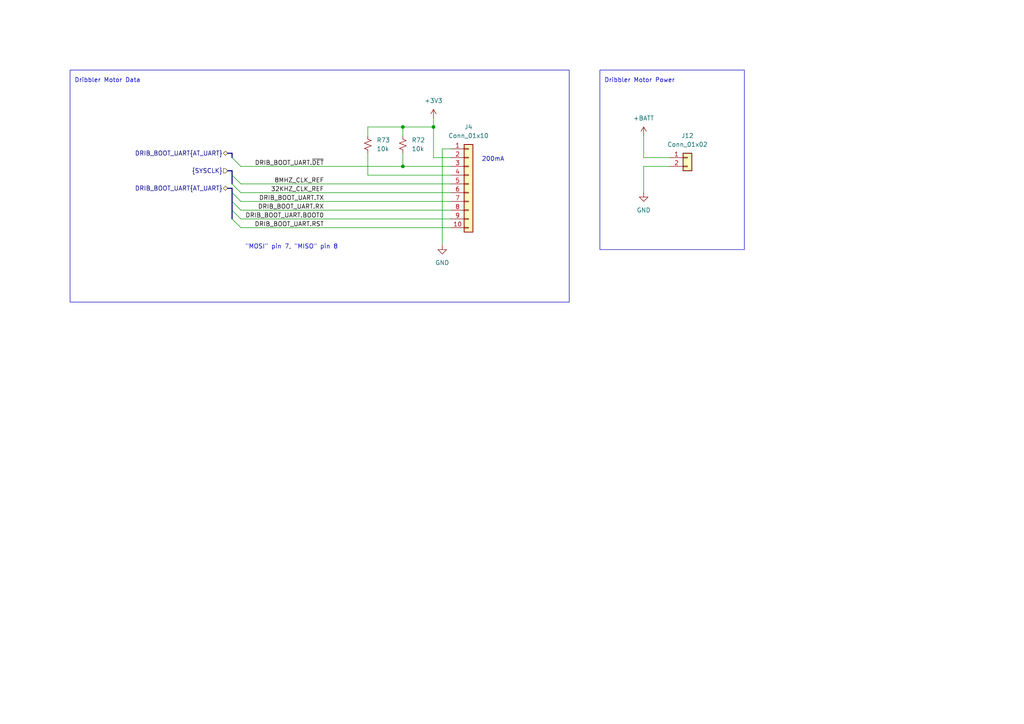
<source format=kicad_sch>
(kicad_sch (version 20230121) (generator eeschema)
  (paper "A4")
  (title_block (title "Kicker v3.0") (date "2023-11-07") (rev "0") (company "SSL A-Team") (comment 1 "Author: William Stuckey"))
  (lib_symbols
    (symbol "Connector_Generic:Conn_01x02" (pin_names (offset 1.016) hide)
      (property "Reference" "J" (at 0 2.54 0))
      (property "Value" "Conn_01x02" (at 0 -5.08 0))
      (symbol "Conn_01x02_1_1"
        (rectangle (start -1.27 -2.413) (end 0 -2.667) (stroke (width 0.1524)))
        (rectangle (start -1.27 0.127) (end 0 -0.127) (stroke (width 0.1524)))
        (rectangle (start -1.27 1.27) (end 1.27 -3.81) (stroke (width 0.254)) (fill (type background)))
        (pin passive line (at -5.08 0 0) (length 3.81) (name "Pin_1") (number "1"))
        (pin passive line (at -5.08 -2.54 0) (length 3.81) (name "Pin_2") (number "2"))
      )
    )
    (symbol "Connector_Generic:Conn_01x10" (pin_names (offset 1.016) hide)
      (property "Reference" "J" (at 0 12.7 0))
      (property "Value" "Conn_01x10" (at 0 -15.24 0))
      (symbol "Conn_01x10_1_1"
        (rectangle (start -1.27 -12.573) (end 0 -12.827) (stroke (width 0.1524)))
        (rectangle (start -1.27 -10.033) (end 0 -10.287) (stroke (width 0.1524)))
        (rectangle (start -1.27 -7.493) (end 0 -7.747) (stroke (width 0.1524)))
        (rectangle (start -1.27 -4.953) (end 0 -5.207) (stroke (width 0.1524)))
        (rectangle (start -1.27 -2.413) (end 0 -2.667) (stroke (width 0.1524)))
        (rectangle (start -1.27 0.127) (end 0 -0.127) (stroke (width 0.1524)))
        (rectangle (start -1.27 2.667) (end 0 2.413) (stroke (width 0.1524)))
        (rectangle (start -1.27 5.207) (end 0 4.953) (stroke (width 0.1524)))
        (rectangle (start -1.27 7.747) (end 0 7.493) (stroke (width 0.1524)))
        (rectangle (start -1.27 10.287) (end 0 10.033) (stroke (width 0.1524)))
        (rectangle (start -1.27 11.43) (end 1.27 -13.97) (stroke (width 0.254)) (fill (type background)))
        (pin passive line (at -5.08 10.16 0) (length 3.81) (name "Pin_1") (number "1"))
        (pin passive line (at -5.08 -12.7 0) (length 3.81) (name "Pin_10") (number "10"))
        (pin passive line (at -5.08 7.62 0) (length 3.81) (name "Pin_2") (number "2"))
        (pin passive line (at -5.08 5.08 0) (length 3.81) (name "Pin_3") (number "3"))
        (pin passive line (at -5.08 2.54 0) (length 3.81) (name "Pin_4") (number "4"))
        (pin passive line (at -5.08 0 0) (length 3.81) (name "Pin_5") (number "5"))
        (pin passive line (at -5.08 -2.54 0) (length 3.81) (name "Pin_6") (number "6"))
        (pin passive line (at -5.08 -5.08 0) (length 3.81) (name "Pin_7") (number "7"))
        (pin passive line (at -5.08 -7.62 0) (length 3.81) (name "Pin_8") (number "8"))
        (pin passive line (at -5.08 -10.16 0) (length 3.81) (name "Pin_9") (number "9"))
      )
    )
    (symbol "Device:R_Small_US" (pin_numbers hide) (pin_names (offset 0.254) hide)
      (property "Reference" "R" (at 0.762 0.508 0))
      (property "Value" "R_Small_US" (at 0.762 -1.016 0))
      (symbol "R_Small_US_1_1"
        (polyline (pts (xy 0 0) (xy 1.016 -0.381) (xy 0 -0.762) (xy -1.016 -1.143) (xy 0 -1.524)))
        (polyline (pts (xy 0 1.524) (xy 1.016 1.143) (xy 0 0.762) (xy -1.016 0.381) (xy 0 0)))
        (pin passive line (at 0 2.54 270) (length 1.016) (name "~") (number "1"))
        (pin passive line (at 0 -2.54 90) (length 1.016) (name "~") (number "2"))
      )
    )
    (symbol "power:+3V3" (power) (pin_names (offset 0))
      (property "Value" "+3V3" (at 0 3.556 0))
      (symbol "+3V3_0_1"
        (polyline (pts (xy -0.762 1.27) (xy 0 2.54)))
        (polyline (pts (xy 0 0) (xy 0 2.54)))
        (polyline (pts (xy 0 2.54) (xy 0.762 1.27)))
      )
      (symbol "+3V3_1_1"
        (pin power_in line (at 0 0 90) (length 0) hide (name "+3V3") (number "1"))
      )
    )
    (symbol "power:+BATT" (power) (pin_names (offset 0))
      (property "Value" "+BATT" (at 0 3.556 0))
      (symbol "+BATT_0_1"
        (polyline (pts (xy -0.762 1.27) (xy 0 2.54)))
        (polyline (pts (xy 0 0) (xy 0 2.54)))
        (polyline (pts (xy 0 2.54) (xy 0.762 1.27)))
      )
      (symbol "+BATT_1_1"
        (pin power_in line (at 0 0 90) (length 0) hide (name "+BATT") (number "1"))
      )
    )
    (symbol "power:GND" (power) (pin_names (offset 0))
      (property "Value" "GND" (at 0 -3.81 0))
      (symbol "GND_0_1"
        (polyline (pts (xy 0 0) (xy 0 -1.27) (xy 1.27 -1.27) (xy 0 -2.54) (xy -1.27 -1.27) (xy 0 -1.27)))
      )
      (symbol "GND_1_1"
        (pin power_in line (at 0 0 270) (length 0) hide (name "GND") (number "1"))
      )
    )
  )
  (junction (at 125.73 36.83))
  (junction (at 116.84 36.83))
  (junction (at 116.84 48.26))
  (bus_entry (at 67.31 58.42) (size 2.54 2.54))
  (bus_entry (at 67.31 53.34) (size 2.54 2.54))
  (bus_entry (at 67.31 45.72) (size 2.54 2.54))
  (bus_entry (at 67.31 50.8) (size 2.54 2.54))
  (bus_entry (at 67.31 55.88) (size 2.54 2.54))
  (bus_entry (at 67.31 63.5) (size 2.54 2.54))
  (bus_entry (at 67.31 60.96) (size 2.54 2.54))
  (wire (pts (xy 69.85 48.26) (xy 116.84 48.26)))
  (wire (pts (xy 186.69 39.37) (xy 186.69 45.72)))
  (wire (pts (xy 69.85 66.04) (xy 130.81 66.04)))
  (bus (pts (xy 67.31 58.42) (xy 67.31 60.96)))
  (wire (pts (xy 69.85 58.42) (xy 130.81 58.42)))
  (bus (pts (xy 66.04 44.45) (xy 67.31 44.45)))
  (bus (pts (xy 67.31 60.96) (xy 67.31 63.5)))
  (wire (pts (xy 130.81 50.8) (xy 106.68 50.8)))
  (wire (pts (xy 130.81 45.72) (xy 125.73 45.72)))
  (wire (pts (xy 128.27 43.18) (xy 128.27 71.12)))
  (bus (pts (xy 66.04 54.61) (xy 67.31 54.61)))
  (bus (pts (xy 67.31 49.53) (xy 67.31 50.8)))
  (wire (pts (xy 125.73 34.29) (xy 125.73 36.83)))
  (bus (pts (xy 67.31 54.61) (xy 67.31 55.88)))
  (wire (pts (xy 106.68 39.37) (xy 106.68 36.83)))
  (wire (pts (xy 116.84 36.83) (xy 125.73 36.83)))
  (wire (pts (xy 106.68 50.8) (xy 106.68 44.45)))
  (bus (pts (xy 66.04 49.53) (xy 67.31 49.53)))
  (wire (pts (xy 69.85 60.96) (xy 130.81 60.96)))
  (wire (pts (xy 116.84 48.26) (xy 130.81 48.26)))
  (wire (pts (xy 116.84 39.37) (xy 116.84 36.83)))
  (wire (pts (xy 116.84 44.45) (xy 116.84 48.26)))
  (wire (pts (xy 186.69 45.72) (xy 194.31 45.72)))
  (wire (pts (xy 186.69 48.26) (xy 186.69 55.88)))
  (wire (pts (xy 69.85 53.34) (xy 130.81 53.34)))
  (wire (pts (xy 194.31 48.26) (xy 186.69 48.26)))
  (wire (pts (xy 106.68 36.83) (xy 116.84 36.83)))
  (wire (pts (xy 69.85 55.88) (xy 130.81 55.88)))
  (wire (pts (xy 130.81 43.18) (xy 128.27 43.18)))
  (wire (pts (xy 69.85 63.5) (xy 130.81 63.5)))
  (wire (pts (xy 125.73 36.83) (xy 125.73 45.72)))
  (bus (pts (xy 67.31 44.45) (xy 67.31 45.72)))
  (bus (pts (xy 67.31 50.8) (xy 67.31 53.34)))
  (bus (pts (xy 67.31 55.88) (xy 67.31 58.42)))
  (rectangle (start 20.32 20.32) (end 165.1 87.63))
  (rectangle (start 173.99 20.32) (end 215.9 72.39))
  (text "200mA" (at 139.7 46.99 0) (effects (font (size 1.27 1.27)) (justify left bottom)))
  (text "\"MOSI\" pin 7, \"MISO\" pin 8" (at 71.12 72.39 0) (effects (font (size 1.27 1.27)) (justify left bottom)))
  (text "Dribbler Motor Power" (at 175.26 24.13 0) (effects (font (size 1.27 1.27)) (justify left bottom)))
  (text "Dribbler Motor Data" (at 21.59 24.13 0) (effects (font (size 1.27 1.27)) (justify left bottom)))
  (label "8MHZ_CLK_REF" (at 93.98 53.34 180))
  (label "DRIB_BOOT_UART.RST" (at 93.98 66.04 180))
  (label "DRIB_BOOT_UART.TX" (at 93.98 58.42 180))
  (label "DRIB_BOOT_UART.~{DET}" (at 93.98 48.26 180))
  (label "DRIB_BOOT_UART.BOOT0" (at 93.98 63.5 180))
  (label "32KHZ_CLK_REF" (at 93.98 55.88 180))
  (label "DRIB_BOOT_UART.RX" (at 93.98 60.96 180))
  (hierarchical_label "DRIB_BOOT_UART{AT_UART}" (shape bidirectional) (at 66.04 54.61 180))
  (hierarchical_label "DRIB_BOOT_UART{AT_UART}" (shape bidirectional) (at 66.04 44.45 180))
  (hierarchical_label "{SYSCLK}" (shape input) (at 66.04 49.53 180))
  (symbol (lib_id "Connector_Generic:Conn_01x02") (at 199.39 45.72 0) (unit 1)
    (property "Reference" "J12" (at 199.39 39.37 0))
    (property "Value" "Conn_01x02" (at 199.39 41.91 0))
    (property "Footprint" "AT-JST_PA:SM02B-PASS-TBT" (effects hide))
    (instances (project "kicker" (path "" (reference "J12") (unit 1)) (path "" (reference "J13") (unit 1))))
  )
  (symbol (lib_id "power:GND") (at 186.69 55.88 0) (unit 1)
    (property "Reference" "#PWR086" (effects hide))
    (property "Value" "GND" (at 186.69 60.96 0))
    (instances (project "kicker" (path "" (reference "#PWR086") (unit 1)) (path "" (reference "#PWR0140") (unit 1))))
  )
  (symbol (lib_id "Connector_Generic:Conn_01x10") (at 135.89 53.34 0) (unit 1)
    (property "Reference" "J4" (at 135.89 36.83 0))
    (property "Value" "Conn_01x10" (at 135.89 39.37 0))
    (property "Footprint" "Connector_JST:JST_SH_SM10B-SRSS-TB_1x10-1MP_P1.00mm_Horizontal" (effects hide))
    (instances (project "kicker" (path "" (reference "J4") (unit 1)) (path "" (reference "J5") (unit 1)) (path "" (reference "J7") (unit 1))))
  )
  (symbol (lib_id "power:+3V3") (at 125.73 34.29 0) (unit 1)
    (property "Reference" "#PWR0110" (effects hide))
    (property "Value" "+3V3" (at 125.73 29.21 0))
  )
  (symbol (lib_id "Device:R_Small_US") (at 106.68 41.91 0) (unit 1)
    (property "Reference" "R73" (at 109.22 40.64 0) (effects (justify left)))
    (property "Value" "10k" (at 109.22 43.18 0) (effects (justify left)))
    (property "Footprint" "Resistor_SMD:R_0402_1005Metric" (effects hide))
  )
  (symbol (lib_id "Device:R_Small_US") (at 116.84 41.91 0) (unit 1)
    (property "Reference" "R72" (at 119.38 40.64 0) (effects (justify left)))
    (property "Value" "10k" (at 119.38 43.18 0) (effects (justify left)))
    (property "Footprint" "Resistor_SMD:R_0402_1005Metric" (effects hide))
  )
  (symbol (lib_id "power:GND") (at 128.27 71.12 0) (unit 1)
    (property "Reference" "#PWR086" (effects hide))
    (property "Value" "GND" (at 128.27 76.2 0))
    (instances (project "kicker" (path "" (reference "#PWR086") (unit 1)) (path "" (reference "#PWR0111") (unit 1))))
  )
  (symbol (lib_id "power:+BATT") (at 186.69 39.37 0) (mirror y) (unit 1)
    (property "Reference" "#PWR02" (effects hide))
    (property "Value" "+BATT" (at 186.69 34.29 0))
    (instances (project "kicker" (path "" (reference "#PWR02") (unit 1)) (path "" (reference "#PWR0112") (unit 1))))
  )
)
</source>
